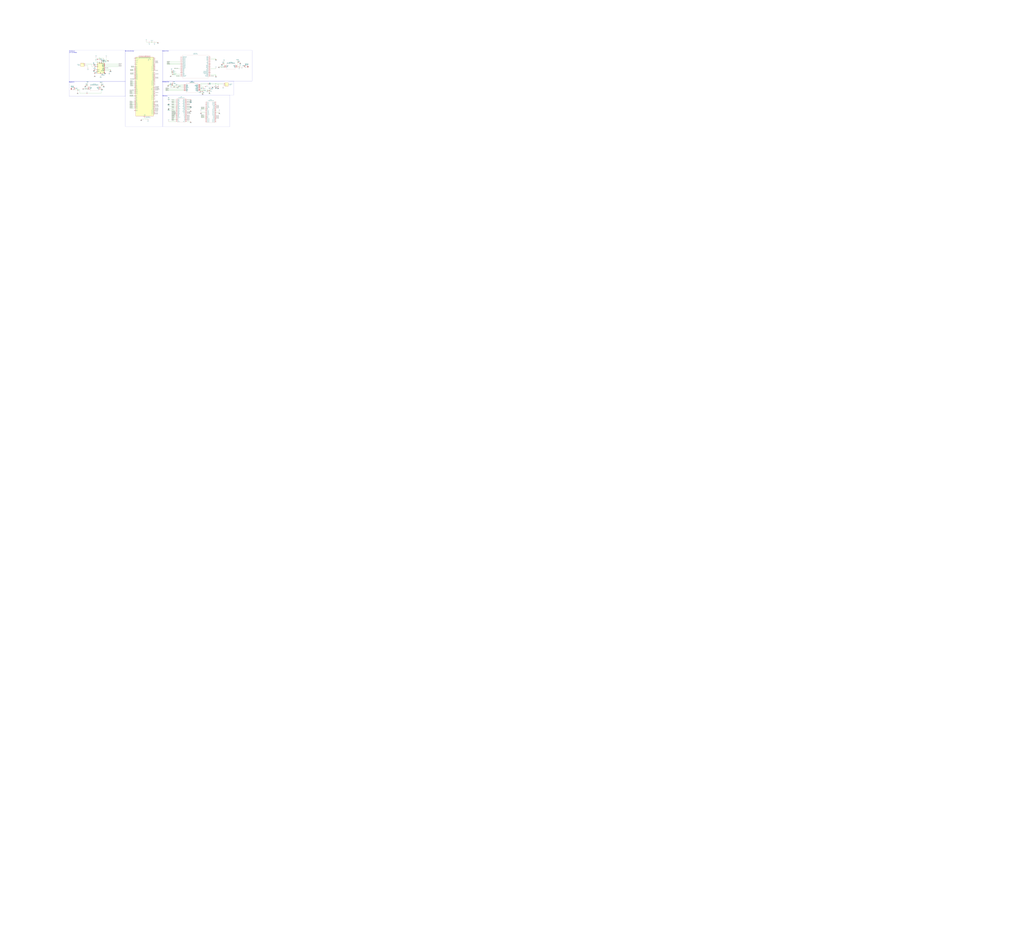
<source format=kicad_sch>
(kicad_sch (version 20231120) (generator "eeschema") (generator_version "8.0")
  (paper "User" 3048 2794)
  (junction (at 523.24 219.71))
  (junction (at 514.35 250.19))
  (junction (at 510.54 212.09))
  (junction (at 452.12 125.73))
  (junction (at 642.62 224.79))
  (junction (at 603.25 278.13))
  (junction (at 500.38 254))
  (junction (at 290.83 185.42))
  (junction (at 297.18 185.42))
  (junction (at 510.54 215.9))
  (junction (at 642.62 176.53))
  (junction (at 308.61 185.42))
  (junction (at 618.49 267.97))
  (junction (at 598.17 270.51))
  (junction (at 707.39 185.42))
  (junction (at 302.26 185.42))
  (junction (at 603.25 270.51))
  (junction (at 518.16 219.71))
  (junction (at 300.99 254))
  (junction (at 308.61 179.07))
  (junction (at 648.97 251.46))
  (junction (at 623.57 275.59))
  (junction (at 328.93 208.28))
  (junction (at 297.18 172.72))
  (junction (at 514.35 254))
  (junction (at 642.62 248.92))
  (junction (at 623.57 267.97))
  (junction (at 666.75 189.23))
  (junction (at 231.14 266.7))
  (junction (at 260.35 254))
  (wire (pts (xy 596.9 248.92) (xy 596.9 252.73)))
  (wire (pts (xy 431.8 354.33) (xy 440.69 354.33)))
  (wire (pts (xy 510.54 344.17) (xy 523.24 344.17)))
  (wire (pts (xy 290.83 185.42) (xy 285.75 185.42)))
  (wire (pts (xy 308.61 179.07) (xy 321.31 179.07)))
  (wire (pts (xy 623.57 248.92) (xy 642.62 248.92)))
  (wire (pts (xy 627.38 204.47) (xy 642.62 204.47)))
  (wire (pts (xy 440.69 354.33) (xy 440.69 355.6)))
  (wire (pts (xy 623.57 273.05) (xy 623.57 275.59)))
  (wire (pts (xy 666.75 189.23) (xy 666.75 195.58)))
  (wire (pts (xy 492.76 265.43) (xy 546.1 265.43)))
  (wire (pts (xy 386.08 317.5) (xy 398.78 317.5)))
  (wire (pts (xy 501.65 308.61) (xy 523.24 308.61)))
  (wire (pts (xy 598.17 345.44) (xy 610.87 345.44)))
  (wire (pts (xy 420.37 354.33) (xy 420.37 355.6)))
  (wire (pts (xy 386.08 322.58) (xy 398.78 322.58)))
  (wire (pts (xy 510.54 341.63) (xy 523.24 341.63)))
  (wire (pts (xy 496.57 186.69) (xy 535.94 186.69)))
  (wire (pts (xy 387.35 256.54) (xy 398.78 256.54)))
  (wire (pts (xy 386.08 284.48) (xy 398.78 284.48)))
  (wire (pts (xy 389.89 200.66) (xy 398.78 200.66)))
  (wire (pts (xy 510.54 306.07) (xy 523.24 306.07)))
  (wire (pts (xy 627.38 173.99) (xy 642.62 173.99)))
  (wire (pts (xy 515.62 215.9) (xy 518.16 215.9)))
  (wire (pts (xy 281.94 219.71) (xy 281.94 224.79)))
  (wire (pts (xy 273.05 190.5) (xy 273.05 198.12)))
  (wire (pts (xy 651.51 198.12) (xy 666.75 198.12)))
  (wire (pts (xy 510.54 356.87) (xy 523.24 356.87)))
  (wire (pts (xy 500.38 250.19) (xy 500.38 254)))
  (wire (pts (xy 386.08 271.78) (xy 398.78 271.78)))
  (wire (pts (xy 643.89 332.74) (xy 652.78 332.74)))
  (wire (pts (xy 514.35 250.19) (xy 514.35 254)))
  (wire (pts (xy 462.28 125.73) (xy 469.9 125.73)))
  (wire (pts (xy 285.75 185.42) (xy 285.75 171.45)))
  (wire (pts (xy 237.49 266.7) (xy 237.49 278.13)))
  (wire (pts (xy 607.06 270.51) (xy 603.25 270.51)))
  (wire (pts (xy 501.65 300.99) (xy 523.24 300.99)))
  (wire (pts (xy 510.54 260.35) (xy 523.24 260.35)))
  (wire (pts (xy 603.25 275.59) (xy 603.25 278.13)))
  (wire (pts (xy 302.26 184.15) (xy 302.26 185.42)))
  (wire (pts (xy 386.08 304.8) (xy 398.78 304.8)))
  (wire (pts (xy 509.27 250.19) (xy 500.38 250.19)))
  (wire (pts (xy 353.06 198.12) (xy 312.42 198.12)))
  (wire (pts (xy 514.35 254) (xy 514.35 255.27)))
  (wire (pts (xy 599.44 251.46) (xy 618.49 251.46)))
  (wire (pts (xy 389.89 198.12) (xy 398.78 198.12)))
  (wire (pts (xy 523.24 219.71) (xy 535.94 219.71)))
  (wire (pts (xy 237.49 278.13) (xy 256.54 278.13)))
  (wire (pts (xy 528.32 260.35) (xy 546.1 260.35)))
  (wire (pts (xy 386.08 287.02) (xy 398.78 287.02)))
  (wire (pts (xy 598.17 350.52) (xy 610.87 350.52)))
  (wire (pts (xy 510.54 303.53) (xy 523.24 303.53)))
  (wire (pts (xy 290.83 172.72) (xy 297.18 172.72)))
  (wire (pts (xy 642.62 222.25) (xy 642.62 224.79)))
  (wire (pts (xy 387.35 210.82) (xy 398.78 210.82)))
  (wire (pts (xy 598.17 335.28) (xy 610.87 335.28)))
  (wire (pts (xy 386.08 279.4) (xy 398.78 279.4)))
  (wire (pts (xy 386.08 320.04) (xy 398.78 320.04)))
  (wire (pts (xy 308.61 185.42) (xy 316.23 185.42)))
  (wire (pts (xy 387.35 246.38) (xy 398.78 246.38)))
  (wire (pts (xy 508 224.79) (xy 535.94 224.79)))
  (wire (pts (xy 312.42 205.74) (xy 328.93 205.74)))
  (wire (pts (xy 429.26 354.33) (xy 420.37 354.33)))
  (wire (pts (xy 518.16 219.71) (xy 523.24 219.71)))
  (wire (pts (xy 596.9 257.81) (xy 609.6 257.81)))
  (wire (pts (xy 251.46 265.43) (xy 260.35 265.43)))
  (wire (pts (xy 598.17 322.58) (xy 610.87 322.58)))
  (wire (pts (xy 303.53 262.89) (xy 300.99 262.89)))
  (wire (pts (xy 524.51 252.73) (xy 546.1 252.73)))
  (wire (pts (xy 515.62 212.09) (xy 523.24 212.09)))
  (wire (pts (xy 528.32 257.81) (xy 518.16 257.81)))
  (wire (pts (xy 623.57 251.46) (xy 648.97 251.46)))
  (wire (pts (xy 722.63 200.66) (xy 727.71 200.66)))
  (wire (pts (xy 518.16 215.9) (xy 518.16 219.71)))
  (wire (pts (xy 523.24 212.09) (xy 523.24 219.71)))
  (wire (pts (xy 308.61 184.15) (xy 308.61 185.42)))
  (wire (pts (xy 297.18 172.72) (xy 297.18 173.99)))
  (wire (pts (xy 707.39 198.12) (xy 712.47 198.12)))
  (wire (pts (xy 387.35 254) (xy 398.78 254)))
  (wire (pts (xy 707.39 200.66) (xy 709.93 200.66)))
  (wire (pts (xy 618.49 273.05) (xy 618.49 275.59)))
  (wire (pts (xy 353.06 190.5) (xy 312.42 190.5)))
  (wire (pts (xy 643.89 335.28) (xy 652.78 335.28)))
  (wire (pts (xy 567.69 300.99) (xy 556.26 300.99)))
  (wire (pts (xy 387.35 218.44) (xy 398.78 218.44)))
  (wire (pts (xy 715.01 185.42) (xy 715.01 186.69)))
  (wire (pts (xy 599.44 251.46) (xy 599.44 255.27)))
  (wire (pts (xy 281.94 193.04) (xy 287.02 193.04)))
  (wire (pts (xy 496.57 191.77) (xy 535.94 191.77)))
  (wire (pts (xy 308.61 254) (xy 308.61 255.27)))
  (wire (pts (xy 492.76 270.51) (xy 546.1 270.51)))
  (wire (pts (xy 387.35 251.46) (xy 398.78 251.46)))
  (wire (pts (xy 627.38 224.79) (xy 642.62 224.79)))
  (wire (pts (xy 386.08 302.26) (xy 398.78 302.26)))
  (wire (pts (xy 386.08 309.88) (xy 398.78 309.88)))
  (wire (pts (xy 387.35 208.28) (xy 398.78 208.28)))
  (wire (pts (xy 666.75 184.15) (xy 666.75 189.23)))
  (wire (pts (xy 255.27 190.5) (xy 273.05 190.5)))
  (wire (pts (xy 312.42 210.82) (xy 325.12 210.82)))
  (wire (pts (xy 567.69 323.85) (xy 556.26 323.85)))
  (wire (pts (xy 501.65 295.91) (xy 523.24 295.91)))
  (wire (pts (xy 260.35 248.92) (xy 260.35 254)))
  (wire (pts (xy 598.17 342.9) (xy 610.87 342.9)))
  (wire (pts (xy 715.01 200.66) (xy 717.55 200.66)))
  (wire (pts (xy 660.4 189.23) (xy 660.4 190.5)))
  (wire (pts (xy 510.54 318.77) (xy 523.24 318.77)))
  (wire (pts (xy 387.35 243.84) (xy 398.78 243.84)))
  (wire (pts (xy 510.54 346.71) (xy 523.24 346.71)))
  (wire (pts (xy 386.08 314.96) (xy 398.78 314.96)))
  (wire (pts (xy 496.57 189.23) (xy 535.94 189.23)))
  (wire (pts (xy 284.48 208.28) (xy 287.02 208.28)))
  (wire (pts (xy 386.08 307.34) (xy 398.78 307.34)))
  (wire (pts (xy 435.61 123.19) (xy 435.61 125.73)))
  (wire (pts (xy 387.35 236.22) (xy 398.78 236.22)))
  (wire (pts (xy 281.94 213.36) (xy 281.94 214.63)))
  (wire (pts (xy 627.38 222.25) (xy 642.62 222.25)))
  (wire (pts (xy 501.65 316.23) (xy 523.24 316.23)))
  (wire (pts (xy 501.65 323.85) (xy 523.24 323.85)))
  (wire (pts (xy 510.54 298.45) (xy 523.24 298.45)))
  (wire (pts (xy 642.62 248.92) (xy 642.62 254)))
  (wire (pts (xy 285.75 198.12) (xy 287.02 198.12)))
  (wire (pts (xy 514.35 255.27) (xy 546.1 255.27)))
  (wire (pts (xy 290.83 185.42) (xy 297.18 185.42)))
  (wire (pts (xy 255.27 195.58) (xy 261.62 195.58)))
  (wire (pts (xy 312.42 208.28) (xy 328.93 208.28)))
  (wire (pts (xy 598.17 278.13) (xy 603.25 278.13)))
  (wire (pts (xy 524.51 227.33) (xy 535.94 227.33)))
  (wire (pts (xy 231.14 266.7) (xy 237.49 266.7)))
  (wire (pts (xy 510.54 326.39) (xy 523.24 326.39)))
  (wire (pts (xy 255.27 193.04) (xy 276.86 193.04)))
  (wire (pts (xy 598.17 347.98) (xy 610.87 347.98)))
  (wire (pts (xy 510.54 313.69) (xy 523.24 313.69)))
  (wire (pts (xy 386.08 276.86) (xy 398.78 276.86)))
  (wire (pts (xy 387.35 241.3) (xy 398.78 241.3)))
  (wire (pts (xy 598.17 270.51) (xy 596.9 270.51)))
  (wire (pts (xy 642.62 248.92) (xy 664.21 248.92)))
  (wire (pts (xy 386.08 269.24) (xy 398.78 269.24)))
  (wire (pts (xy 510.54 351.79) (xy 523.24 351.79)))
  (wire (pts (xy 627.38 176.53) (xy 642.62 176.53)))
  (wire (pts (xy 510.54 359.41) (xy 523.24 359.41)))
  (wire (pts (xy 510.54 215.9) (xy 510.54 222.25)))
  (wire (pts (xy 605.79 265.43) (xy 596.9 265.43)))
  (wire (pts (xy 501.65 361.95) (xy 523.24 361.95)))
  (wire (pts (xy 598.17 320.04) (xy 610.87 320.04)))
  (wire (pts (xy 273.05 198.12) (xy 280.67 198.12)))
  (wire (pts (xy 247.65 262.89) (xy 260.35 262.89)))
  (wire (pts (xy 435.61 125.73) (xy 441.96 125.73)))
  (wire (pts (xy 510.54 349.25) (xy 523.24 349.25)))
  (wire (pts (xy 626.11 267.97) (xy 623.57 267.97)))
  (wire (pts (xy 618.49 267.97) (xy 596.9 267.97)))
  (wire (pts (xy 306.07 254) (xy 308.61 254)))
  (wire (pts (xy 707.39 185.42) (xy 707.39 195.58)))
  (wire (pts (xy 260.35 254) (xy 260.35 260.35)))
  (wire (pts (xy 325.12 210.82) (xy 325.12 214.63)))
  (wire (pts (xy 598.17 325.12) (xy 610.87 325.12)))
  (wire (pts (xy 712.47 185.42) (xy 715.01 185.42)))
  (wire (pts (xy 452.12 125.73) (xy 457.2 125.73)))
  (wire (pts (xy 431.8 354.33) (xy 431.8 350.52)))
  (wire (pts (xy 297.18 179.07) (xy 297.18 185.42)))
  (wire (pts (xy 386.08 274.32) (xy 398.78 274.32)))
  (wire (pts (xy 614.68 257.81) (xy 632.46 257.81)))
  (wire (pts (xy 255.27 254) (xy 254 254)))
  (wire (pts (xy 567.69 361.95) (xy 556.26 361.95)))
  (wire (pts (xy 510.54 222.25) (xy 535.94 222.25)))
  (wire (pts (xy 599.44 255.27) (xy 596.9 255.27)))
  (wire (pts (xy 567.69 316.23) (xy 556.26 316.23)))
  (wire (pts (xy 648.97 251.46) (xy 648.97 255.27)))
  (wire (pts (xy 618.49 275.59) (xy 623.57 275.59)))
  (wire (pts (xy 447.04 125.73) (xy 452.12 125.73)))
  (wire (pts (xy 648.97 251.46) (xy 664.21 251.46)))
  (wire (pts (xy 656.59 200.66) (xy 666.75 200.66)))
  (wire (pts (xy 300.99 278.13) (xy 300.99 265.43)))
  (wire (pts (xy 596.9 248.92) (xy 618.49 248.92)))
  (wire (pts (xy 328.93 208.28) (xy 328.93 209.55)))
  (wire (pts (xy 308.61 172.72) (xy 297.18 172.72)))
  (wire (pts (xy 353.06 193.04) (xy 312.42 193.04)))
  (wire (pts (xy 386.08 312.42) (xy 398.78 312.42)))
  (wire (pts (xy 510.54 339.09) (xy 523.24 339.09)))
  (wire (pts (xy 287.02 213.36) (xy 281.94 213.36)))
  (wire (pts (xy 510.54 336.55) (xy 523.24 336.55)))
  (wire (pts (xy 642.62 173.99) (xy 642.62 176.53)))
  (wire (pts (xy 533.4 257.81) (xy 546.1 257.81)))
  (wire (pts (xy 510.54 321.31) (xy 523.24 321.31)))
  (wire (pts (xy 222.25 266.7) (xy 231.14 266.7)))
  (wire (pts (xy 596.9 260.35) (xy 605.79 260.35)))
  (wire (pts (xy 514.35 219.71) (xy 518.16 219.71)))
  (wire (pts (xy 387.35 220.98) (xy 398.78 220.98)))
  (wire (pts (xy 300.99 250.19) (xy 300.99 254)))
  (wire (pts (xy 510.54 311.15) (xy 523.24 311.15)))
  (wire (pts (xy 261.62 278.13) (xy 300.99 278.13)))
  (wire (pts (xy 603.25 270.51) (xy 598.17 270.51)))
  (wire (pts (xy 231.14 271.78) (xy 231.14 275.59)))
  (wire (pts (xy 302.26 185.42) (xy 308.61 185.42)))
  (wire (pts (xy 300.99 254) (xy 300.99 260.35)))
  (wire (pts (xy 387.35 248.92) (xy 398.78 248.92)))
  (wire (pts (xy 429.26 354.33) (xy 429.26 350.52)))
  (wire (pts (xy 510.54 210.82) (xy 510.54 212.09)))
  (wire (pts (xy 707.39 182.88) (xy 707.39 185.42)))
  (wire (pts (xy 510.54 212.09) (xy 510.54 215.9)))
  (wire (pts (xy 302.26 179.07) (xy 308.61 179.07)))
  (wire (pts (xy 303.53 262.89) (xy 303.53 264.16)))
  (wire (pts (xy 623.57 267.97) (xy 618.49 267.97)))
  (wire (pts (xy 254 254) (xy 254 255.27)))
  (wire (pts (xy 664.21 254) (xy 664.21 257.81)))
  (wire (pts (xy 510.54 354.33) (xy 523.24 354.33)))
  (wire (pts (xy 261.62 195.58) (xy 261.62 201.93)))
  (wire (pts (xy 518.16 204.47) (xy 535.94 204.47)))
  (wire (pts (xy 510.54 334.01) (xy 523.24 334.01)))
  (wire (pts (xy 661.67 189.23) (xy 660.4 189.23)))
  (wire (pts (xy 567.69 328.93) (xy 556.26 328.93)))
  (wire (pts (xy 500.38 254) (xy 509.27 254)))
  (wire (pts (xy 567.69 308.61) (xy 556.26 308.61)))
  (wire (pts (xy 492.76 267.97) (xy 546.1 267.97)))
  (wire (pts (xy 492.76 262.89) (xy 546.1 262.89)))
  (wire (pts (xy 567.69 295.91) (xy 556.26 295.91)))
  (wire (pts (xy 290.83 185.42) (xy 290.83 179.07)))
  (wire (pts (xy 496.57 184.15) (xy 535.94 184.15)))
  (wire (pts (xy 290.83 172.72) (xy 290.83 173.99)))
  (wire (pts (xy 353.06 195.58) (xy 312.42 195.58)))
  (wire (pts (xy 316.23 185.42) (xy 316.23 171.45)))
  (wire (pts (xy 598.17 275.59) (xy 598.17 278.13)))
  (wire (pts (xy 328.93 205.74) (xy 328.93 208.28)))
  (wire (pts (xy 308.61 172.72) (xy 308.61 173.99)))
  (wire (pts (xy 642.62 224.79) (xy 642.62 226.06)))
  (wire (pts (xy 501.65 328.93) (xy 523.24 328.93)))
  (wire (pts (xy 299.72 220.98) (xy 299.72 224.79)))
  (wire (pts (xy 510.54 331.47) (xy 523.24 331.47)))
  (wire (pts (xy 598.17 332.74) (xy 610.87 332.74)))
  (rectangle (start 205.74 149.86) (end 373.38 242.57))
  (rectangle (start 373.38 149.86) (end 483.87 377.19))
  (rectangle (start 483.87 241.3) (end 695.96 283.21))
  (rectangle (start 483.87 283.21) (end 684.53 377.19))
  (rectangle (start 483.87 149.86) (end 750.57 241.3))
  (rectangle (start 205.74 242.57) (end 373.38 287.02))
  (text "Memory\n" (at 491.236 286.512 0) (effects (font (size 2.54 2.54))))
  (text "Analog Out\n" (at 493.014 244.602 0) (effects (font (size 2.54 2.54))))
  (text "Analog In\n(HT CLFRNA)\n" (at 206.248 155.194 0) (effects (font (size 2.54 2.54)) (justify left)))
  (text "MicroController\n" (at 385.826 152.908 0) (effects (font (size 2.54 2.54))))
  (text "Digital In\n" (at 213.106 245.364 0) (effects (font (size 2.54 2.54))))
  (text "Digital Out\n" (at 492.76 152.654 0) (effects (font (size 2.54 2.54))))
  (label "FMC_NWE" (at 598.17 347.98 0))
  (label "FMC_SDCKE0" (at 462.28 266.7 0))
  (label "FMC_ALE" (at 598.17 345.44 0))
  (label "I2S3_SDO" (at 496.57 191.77 0))
  (label "FMC_D0" (at 462.28 337.82 0))
  (label "FMC_D7" (at 643.89 314.96 0))
  (label "FMC_D1" (at 510.54 303.53 0))
  (label "FMC_D3" (at 462.28 304.8 0))
  (label "I2S3_CK" (at 496.57 186.69 0))
  (label "FMC_A7" (at 556.26 351.79 0))
  (label "SPDIFTX_OUT" (at 656.59 200.66 0))
  (label "FMC_NWAIT" (at 598.17 320.04 0))
  (label "FMC_D2" (at 510.54 306.07 0))
  (label "Flash_WP" (at 598.17 350.52 0))
  (label "FMC_D5" (at 643.89 320.04 0))
  (label "FMC_D10" (at 386.08 317.5 0))
  (label "FMC_D2" (at 462.28 302.26 0))
  (label "FMC_D8" (at 556.26 326.39 0))
  (label "FMC_SDNE0" (at 510.54 341.63 0))
  (label "FMC_ALE" (at 462.28 332.74 0))
  (label "FMC_D2" (at 643.89 347.98 0))
  (label "FMC_D9" (at 386.08 314.96 0))
  (label "FMC_NOE" (at 462.28 312.42 0))
  (label "I2S3_MCK" (at 462.28 276.86 0))
  (label "FMC_A11" (at 389.89 200.66 0))
  (label "FMC_D11" (at 386.08 320.04 0))
  (label "FMC_D5" (at 386.08 304.8 0))
  (label "I2S1_WS" (at 353.06 195.58 0))
  (label "I2S3_MCK" (at 496.57 184.15 0))
  (label "FMC_A5" (at 556.26 356.87 0))
  (label "SPDIFRX_IN0" (at 251.46 265.43 0))
  (label "FMC_D4" (at 386.08 302.26 0))
  (label "FMC_D7" (at 386.08 309.88 0))
  (label "I2S1_CK" (at 353.06 193.04 0))
  (label "FMC_D6" (at 643.89 317.5 0))
  (label "FMC_D6" (at 386.08 307.34 0))
  (label "FMC_D12" (at 386.08 322.58 0))
  (label "FMC_D0" (at 643.89 353.06 0))
  (label "I2C1_SCL" (at 462.28 231.14 0))
  (label "FMC_BA1" (at 510.54 346.71 0))
  (label "FMC_D1" (at 462.28 340.36 0))
  (label "FMC_SDCLK" (at 556.26 336.55 0))
  (label "I2S1_CK" (at 462.28 185.42 0))
  (label "FMC_SDNRAS" (at 386.08 269.24 0))
  (label "FMC_D10" (at 556.26 318.77 0))
  (label "FMC_D7" (at 510.54 326.39 0))
  (label "FMC_NWE" (at 462.28 314.96 0))
  (label "FMC_D6" (at 510.54 321.31 0))
  (label "FMC_SDNE0" (at 462.28 264.16 0))
  (label "FMC_D11" (at 556.26 313.69 0))
  (label "FMC_A2" (at 510.54 356.87 0))
  (label "FMC_A9" (at 556.26 346.71 0))
  (label "FMC_NBL1" (at 386.08 287.02 0))
  (label "I2S3_WS" (at 496.57 189.23 0))
  (label "I2S2_CK" (at 492.76 267.97 0))
  (label "FMC_D12" (at 556.26 311.15 0))
  (label "I2C1_SDA" (at 524.51 227.33 0))
  (label "FMC_NCE" (at 387.35 220.98 0))
  (label "FMC_NBL1" (at 510.54 331.47 0))
  (label "FMC_D3" (at 510.54 311.15 0))
  (label "FMC_A10" (at 510.54 349.25 0))
  (label "FMC_D0" (at 510.54 298.45 0))
  (label "I2S1_WS" (at 462.28 210.82 0))
  (label "FMC_A6" (at 556.26 354.33 0))
  (label "Flash_WP" (at 387.35 256.54 0))
  (label "FMC_A1" (at 387.35 243.84 0))
  (label "I2S1_SDI" (at 462.28 187.96 0))
  (label "I2S1_SDI" (at 353.06 198.12 0))
  (label "FMC_SDNCAS" (at 510.54 336.55 0))
  (label "FMC_A4" (at 556.26 359.41 0))
  (label "FMC_A4" (at 387.35 251.46 0))
  (label "FMC_A8" (at 556.26 349.25 0))
  (label "FMC_D15" (at 462.28 327.66 0))
  (label "I2S1_MCK" (at 353.06 190.5 0))
  (label "FMC_SDNCAS" (at 387.35 236.22 0))
  (label "I2S3_SDO" (at 462.28 220.98 0))
  (label "FMC_NCE" (at 598.17 325.12 0))
  (label "FMC_D13" (at 556.26 306.07 0))
  (label "FMC_A3" (at 510.54 359.41 0))
  (label "FMC_A2" (at 387.35 246.38 0))
  (label "FMC_D15" (at 556.26 298.45 0))
  (label "FMC_D9" (at 556.26 321.31 0))
  (label "I2S2_MCK" (at 492.76 270.51 0))
  (label "SPDIFTX_OUT" (at 518.16 204.47 0))
  (label "FMC_NBL0" (at 556.26 334.01 0))
  (label "I2S2_SDO" (at 462.28 261.62 0))
  (label "FMC_NBL0" (at 386.08 284.48 0))
  (label "FMC_A6" (at 386.08 271.78 0))
  (label "FMC_A9" (at 386.08 279.4 0))
  (label "FMC_D5" (at 510.54 318.77 0))
  (label "FMC_D1" (at 643.89 350.52 0))
  (label "FMC_SDNWE" (at 510.54 334.01 0))
  (label "FMC_D4" (at 643.89 322.58 0))
  (label "I2S3_CK" (at 462.28 284.48 0))
  (label "FMC_D4" (at 510.54 313.69 0))
  (label "FMC_D14" (at 556.26 303.53 0))
  (label "FMC_BA0" (at 510.54 344.17 0))
  (label "I2C1_SCL" (at 627.38 227.33 0))
  (label "FMC_BA1" (at 387.35 210.82 0))
  (label "FMC_NOE" (at 598.17 322.58 0))
  (label "FMC_A5" (at 387.35 254 0))
  (label "FMC_A1" (at 510.54 354.33 0))
  (label "I2S2_WS" (at 492.76 262.89 0))
  (label "FMC_SDCKE0" (at 556.26 339.09 0))
  (label "FMC_A7" (at 386.08 274.32 0))
  (label "FMC_A0" (at 510.54 351.79 0))
  (label "FMC_A8" (at 386.08 276.86 0))
  (label "I2C1_SDA" (at 462.28 233.68 0))
  (label "FMC_D13" (at 462.28 322.58 0))
  (label "FMC_SDNWE" (at 462.28 259.08 0))
  (label "FMC_D14" (at 462.28 325.12 0))
  (label "FMC_SDNRAS" (at 510.54 339.09 0))
  (label "FMC_D8" (at 386.08 312.42 0))
  (label "FMC_A10" (at 389.89 198.12 0))
  (label "FMC_D3" (at 643.89 345.44 0))
  (label "I2S1_MCK" (at 462.28 269.24 0))
  (label "I2S2_SDO" (at 492.76 265.43 0))
  (label "FMC_A3" (at 387.35 248.92 0))
  (label "I2S3_WS" (at 462.28 182.88 0))
  (label "FMC_SDCLK" (at 387.35 218.44 0))
  (label "FMC_CLE" (at 598.17 342.9 0))
  (label "FMC_A0" (at 387.35 241.3 0))
  (label "ADC_Reset" (at 312.42 203.2 0))
  (label "FMC_A11" (at 556.26 344.17 0))
  (label "FMC_BA0" (at 387.35 208.28 0))
  (label "FMC_CLE" (at 462.28 330.2 0))
  (label "FMC_NWAIT" (at 462.28 317.5 0))
  (symbol (lib_id "Device:C_Small") (at 664.21 189.23 90) (unit 1)
    (property "Reference" "llsOut_refHi_noise2" (effects (hide yes)))
    (property "Value" "0.15u" (at 664.2163 185.42 90))
    (property "Footprint" "Capacitor_SMD:C_0805_2012Metric_Pad1.18x1.45mm_HandSolder" (effects (hide yes)))
    (property "Description" "ceramic, acap" (effects (hide yes)))
  )
  (symbol (lib_id "power:VDDA") (at 514.35 245.11 0) (unit 1)
    (property "Reference" "#PWR034" (effects (hide yes)))
    (property "Value" "VDD" (at 517.906 243.586 0))
    (property "Description" "Power symbol creates a global label with name \"VDDA\"" (effects (hide yes)))
  )
  (symbol (lib_id "power:GNDD") (at 518.16 257.81 0) (unit 1)
    (property "Reference" "#PWR035" (effects (hide yes)))
    (property "Value" "GNDD" (at 518.16 256.794 0))
    (property "Description" "Power symbol creates a global label with name \"GNDD\" , digital ground" (effects (hide yes)))
  )
  (symbol (lib_id "Device:C_Small") (at 648.97 257.81 0) (unit 1)
    (property "Reference" "DacOut_R_decouple1" (effects (hide yes)))
    (property "Value" "2.7n" (at 643.636 259.334 0) (effects (justify left)))
    (property "Footprint" "Capacitor_SMD:C_0805_2012Metric_Pad1.18x1.45mm_HandSolder" (effects (hide yes)))
    (property "Description" "ceramic" (effects (hide yes)))
  )
  (symbol (lib_id "power:GNDD") (at 567.69 361.95 0) (unit 1)
    (property "Reference" "#PWR028" (effects (hide yes)))
    (property "Value" "GNDD" (at 567.69 365.76 0))
    (property "Description" "Power symbol creates a global label with name \"GNDD\" , digital ground" (effects (hide yes)))
  )
  (symbol (lib_id "Device:C_Small") (at 297.18 176.53 0) (unit 1)
    (property "Reference" "C5" (at 299.72 175.2662 0) (effects (justify left)))
    (property "Value" "0.1uF" (at 299.72 177.8062 0) (effects (justify left)))
    (property "Footprint" "Capacitor_SMD:C_0805_2012Metric_Pad1.18x1.45mm_HandSolder" (effects (hide yes)))
    (property "Description" "Unpolarized capacitor, small symbol" (effects (hide yes)))
  )
  (symbol (lib_id "FW6190:FW6190") (at 664.21 248.92 0) (unit 1)
    (property "Reference" "AnalogOut1" (at 680.72 250.1899 0) (effects (justify left)))
    (property "Value" "FW6190" (at 680.72 252.7299 0) (effects (justify left)))
    (property "Footprint" "CustomModels:FW6190" (effects (hide yes)))
    (property "Datasheet" "https://www.cliffuk.co.uk/products/phono/phonoIS.pdf" (effects (hide yes)))
    (property "Description" "3.20mm ID, 9.00mm OD (RCA) Phono (RCA) Jack, Dual Mono Connector Solder" (effects (hide yes)))
    (property "Height" "20" (effects (hide yes)))
    (property "Manufacturer_Name" "CLIFF ELECTRONIC COMPONENTS" (effects (hide yes)))
    (property "Manufacturer_Part_Number" "FW6190" (effects (hide yes)))
  )
  (symbol (lib_id "Device:C_Small") (at 257.81 254 90) (unit 1)
    (property "Reference" "llsOut_refHi_noise1" (effects (hide yes)))
    (property "Value" "0.15u" (at 257.8163 250.19 90))
    (property "Footprint" "Capacitor_SMD:C_0805_2012Metric_Pad1.18x1.45mm_HandSolder" (effects (hide yes)))
    (property "Description" "ceramic, acap" (effects (hide yes)))
  )
  (symbol (lib_id "power:GNDD") (at 603.25 278.13 0) (unit 1)
    (property "Reference" "#PWR065" (effects (hide yes)))
    (property "Value" "GNDD" (at 603.25 281.94 0))
    (property "Description" "Power symbol creates a global label with name \"GNDD\" , digital ground" (effects (hide yes)))
  )
  (symbol (lib_id "power:GNDA") (at 299.72 224.79 0) (unit 1)
    (property "Reference" "#PWR04" (effects (hide yes)))
    (property "Value" "GNDA" (at 299.72 229.87 0))
    (property "Description" "Power symbol creates a global label with name \"GNDA\" , analog ground" (effects (hide yes)))
  )
  (symbol (lib_id "power:GNDA") (at 524.51 252.73 0) (unit 1)
    (property "Reference" "#PWR033" (effects (hide yes)))
    (property "Value" "GNDA" (at 525.272 251.46 0))
    (property "Description" "Power symbol creates a global label with name \"GNDA\" , analog ground" (effects (hide yes)))
  )
  (symbol (lib_id "power:GNDD") (at 279.4 208.28 0) (unit 1)
    (property "Reference" "#PWR03" (effects (hide yes)))
    (property "Value" "GNDD" (at 279.4 212.09 0))
    (property "Description" "Power symbol creates a global label with name \"GNDD\" , digital ground" (effects (hide yes)))
  )
  (symbol (lib_id "Device:C_Small") (at 642.62 256.54 0) (unit 1)
    (property "Reference" "DacOut_L_decouple1" (effects (hide yes)))
    (property "Value" "2.7n" (at 636.27 257.81 0) (effects (justify left)))
    (property "Footprint" "Capacitor_SMD:C_0805_2012Metric_Pad1.18x1.45mm_HandSolder" (effects (hide yes)))
    (property "Description" "ceramic" (effects (hide yes)))
  )
  (symbol (lib_id "Device:C_Polarized_Small_US") (at 623.57 270.51 0) (unit 1)
    (property "Reference" "Dac_DigitalSup_bulk1" (effects (hide yes)))
    (property "Value" "15u" (at 626.11 271.3481 0) (effects (justify left)))
    (property "Footprint" "Capacitor_SMD:C_0805_2012Metric_Pad1.18x1.45mm_HandSolder" (effects (hide yes)))
    (property "Description" "electrolytic, wi2" (effects (hide yes)))
  )
  (symbol (lib_id "power:VDD") (at 666.75 184.15 0) (unit 1)
    (property "Reference" "#PWR054" (effects (hide yes)))
    (property "Value" "VDD" (at 666.75 179.07 0))
    (property "Description" "Power symbol creates a global label with name \"VDD\"" (effects (hide yes)))
  )
  (symbol (lib_id "power:GNDD") (at 308.61 255.27 0) (unit 1)
    (property "Reference" "#PWR068" (effects (hide yes)))
    (property "Value" "GNDD" (at 308.61 259.08 0))
    (property "Description" "Power symbol creates a global label with name \"GNDD\" , digital ground" (effects (hide yes)))
  )
  (symbol (lib_id "Device:R_Small_US") (at 621.03 251.46 90) (unit 1)
    (property "Reference" "DacOut_R_res1" (effects (hide yes)))
    (property "Value" "500" (at 624.84 250.444 90))
    (property "Footprint" "Resistor_SMD:R_0603_1608Metric_Pad0.98x0.95mm_HandSolder" (effects (hide yes)))
    (property "Description" "Resistor, small US symbol" (effects (hide yes)))
  )
  (symbol (lib_id "RCJ-027:RCJ-027") (at 214.63 264.16 0) (unit 1)
    (property "Reference" "DigitalIn1" (at 215.5307 256.54 0))
    (property "Value" "RCJ-027" (at 215.5307 259.08 0))
    (property "Footprint" "CustomModels:CUI_RCJ-027" (effects (hide yes)))
    (property "STANDARD" "Manufacturer recommendations" (effects (hide yes)))
    (property "PART_REV" "B" (effects (hide yes)))
    (property "MANUFACTURER" "CUI Inc" (effects (hide yes)))
  )
  (symbol (lib_id "power:VDD") (at 435.61 123.19 0) (unit 1)
    (property "Reference" "#PWR057" (effects (hide yes)))
    (property "Value" "VDD" (at 435.61 118.11 0))
    (property "Description" "Power symbol creates a global label with name \"VDD\"" (effects (hide yes)))
  )
  (symbol (lib_id "power:VDD") (at 652.78 332.74 0) (unit 1)
    (property "Reference" "#PWR030" (effects (hide yes)))
    (property "Value" "VDD" (at 652.78 327.66 0))
    (property "Description" "Power symbol creates a global label with name \"VDD\"" (effects (hide yes)))
  )
  (symbol (lib_id "Device:C_Polarized_Small") (at 279.4 193.04 90) (unit 1)
    (property "Reference" "C2" (at 278.8539 186.69 90))
    (property "Value" "10uF" (at 278.8539 189.23 90))
    (property "Footprint" "Capacitor_SMD:C_0805_2012Metric_Pad1.18x1.45mm_HandSolder" (effects (hide yes)))
    (property "Description" "Polarized capacitor, small symbol" (effects (hide yes)))
  )
  (symbol (lib_id "power:GNDD") (at 648.97 260.35 0) (unit 1)
    (property "Reference" "#PWR063" (effects (hide yes)))
    (property "Value" "GNDD" (at 648.97 264.16 0))
    (property "Description" "Power symbol creates a global label with name \"GNDD\" , digital ground" (effects (hide yes)))
  )
  (symbol (lib_id "power:GNDD") (at 501.65 323.85 0) (unit 1)
    (property "Reference" "#PWR023" (effects (hide yes)))
    (property "Value" "GNDD" (at 501.65 327.66 0))
    (property "Description" "Power symbol creates a global label with name \"GNDD\" , digital ground" (effects (hide yes)))
  )
  (symbol (lib_id "Device:C_Small") (at 303.53 254 90) (unit 1)
    (property "Reference" "llsOut_refLo_noise1" (effects (hide yes)))
    (property "Value" "0.15u" (at 305.054 250.698 90))
    (property "Footprint" "Capacitor_SMD:C_0805_2012Metric_Pad1.18x1.45mm_HandSolder" (effects (hide yes)))
    (property "Description" "ceramic, acap" (effects (hide yes)))
  )
  (symbol (lib_id "power:GNDD") (at 642.62 259.08 0) (unit 1)
    (property "Reference" "#PWR064" (effects (hide yes)))
    (property "Value" "GNDD" (at 642.62 262.89 0))
    (property "Description" "Power symbol creates a global label with name \"GNDD\" , digital ground" (effects (hide yes)))
  )
  (symbol (lib_id "power:GNDD") (at 567.69 316.23 0) (unit 1)
    (property "Reference" "#PWR026" (effects (hide yes)))
    (property "Value" "GNDD" (at 567.69 320.04 0))
    (property "Description" "Power symbol creates a global label with name \"GNDD\" , digital ground" (effects (hide yes)))
  )
  (symbol (lib_id "power:VCCQ") (at 501.65 300.99 0) (unit 1)
    (property "Reference" "#PWR015" (effects (hide yes)))
    (property "Value" "VCCQ" (at 501.65 295.91 0))
    (property "Description" "Power symbol creates a global label with name \"VCCQ\"" (effects (hide yes)))
  )
  (symbol (lib_id "power:VDD") (at 325.12 214.63 180) (unit 1)
    (property "Reference" "#PWR010" (effects (hide yes)))
    (property "Value" "VDD" (at 325.12 219.71 0))
    (property "Description" "Power symbol creates a global label with name \"VDD\"" (effects (hide yes)))
  )
  (symbol (lib_id "power:VDD") (at 598.17 332.74 0) (unit 1)
    (property "Reference" "#PWR029" (effects (hide yes)))
    (property "Value" "VDD" (at 598.17 327.66 0))
    (property "Description" "Power symbol creates a global label with name \"VDD\"" (effects (hide yes)))
  )
  (symbol (lib_id "power:GNDD") (at 303.53 264.16 0) (unit 1)
    (property "Reference" "#PWR051" (effects (hide yes)))
    (property "Value" "GNDD" (at 303.53 267.97 0))
    (property "Description" "Power symbol creates a global label with name \"GNDD\" , digital ground" (effects (hide yes)))
  )
  (symbol (lib_id "power:GNDD") (at 281.94 224.79 0) (unit 1)
    (property "Reference" "#PWR012" (effects (hide yes)))
    (property "Value" "GNDD" (at 281.94 228.6 0))
    (property "Description" "Power symbol creates a global label with name \"GNDD\" , digital ground" (effects (hide yes)))
  )
  (symbol (lib_id "power:GNDD") (at 567.69 328.93 0) (unit 1)
    (property "Reference" "#PWR027" (effects (hide yes)))
    (property "Value" "GNDD" (at 567.69 332.74 0))
    (property "Description" "Power symbol creates a global label with name \"GNDD\" , digital ground" (effects (hide yes)))
  )
  (symbol (lib_id "power:VDD") (at 501.65 328.93 0) (unit 1)
    (property "Reference" "#PWR020" (effects (hide yes)))
    (property "Value" "VDD" (at 501.65 323.85 0))
    (property "Description" "Power symbol creates a global label with name \"VDD\"" (effects (hide yes)))
  )
  (symbol (lib_id "Device:C_Small") (at 259.08 278.13 90) (unit 1)
    (property "Reference" "LLSin_ACcouple1" (effects (hide yes)))
    (property "Value" "0.1u" (at 259.0863 274.32 90))
    (property "Footprint" "Capacitor_SMD:C_0805_2012Metric_Pad1.18x1.45mm_HandSolder" (effects (hide yes)))
    (property "Description" "ceramic" (effects (hide yes)))
  )
  (symbol (lib_id "power:GNDD") (at 642.62 176.53 0) (unit 1)
    (property "Reference" "#PWR047" (effects (hide yes)))
    (property "Value" "GNDD" (at 642.62 180.34 0))
    (property "Description" "Power symbol creates a global label with name \"GNDD\" , digital ground" (effects (hide yes)))
  )
  (symbol (lib_id "power:GNDD") (at 469.9 125.73 0) (unit 1)
    (property "Reference" "#PWR058" (effects (hide yes)))
    (property "Value" "GNDD" (at 469.9 129.54 0))
    (property "Description" "Power symbol creates a global label with name \"GNDD\" , digital ground" (effects (hide yes)))
  )
  (symbol (lib_id "Device:C_Polarized_Small_US") (at 511.81 250.19 270) (unit 1)
    (property "Reference" "DacAnalogSupply_bulk1" (effects (hide yes)))
    (property "Value" "15u" (at 508 248.158 90))
    (property "Footprint" "Capacitor_SMD:C_0805_2012Metric_Pad1.18x1.45mm_HandSolder" (effects (hide yes)))
    (property "Description" "electrolytic, wi2" (effects (hide yes)))
  )
  (symbol (lib_id "power:GNDD") (at 623.57 275.59 0) (unit 1)
    (property "Reference" "#PWR066" (effects (hide yes)))
    (property "Value" "GNDD" (at 623.57 279.4 0))
    (property "Description" "Power symbol creates a global label with name \"GNDD\" , digital ground" (effects (hide yes)))
  )
  (symbol (lib_id "power:VDD") (at 501.65 361.95 0) (unit 1)
    (property "Reference" "#PWR021" (effects (hide yes)))
    (property "Value" "VDD" (at 501.65 356.87 0))
    (property "Description" "Power symbol creates a global label with name \"VDD\"" (effects (hide yes)))
  )
  (symbol (lib_id "Device:R_Small_US") (at 720.09 200.66 90) (unit 1)
    (property "Reference" "SpdifOut_ImpedanceMatch1" (effects (hide yes)))
    (property "Value" "75" (at 719.836 203.962 90))
    (property "Footprint" "Resistor_SMD:R_0603_1608Metric" (effects (hide yes)))
    (property "Description" "Resistor, small US symbol" (effects (hide yes)))
  )
  (symbol (lib_id "power:GNDD") (at 727.71 195.58 0) (unit 1)
    (property "Reference" "#PWR048" (effects (hide yes)))
    (property "Value" "GNDD" (at 724.408 195.834 0))
    (property "Description" "Power symbol creates a global label with name \"GNDD\" , digital ground" (effects (hide yes)))
  )
  (symbol (lib_id "power:VDDA") (at 626.11 262.89 0) (unit 1)
    (property "Reference" "#PWR039" (effects (hide yes)))
    (property "Value" "VDD" (at 623.062 262.636 0))
    (property "Description" "Power symbol creates a global label with name \"VDDA\"" (effects (hide yes)))
  )
  (symbol (lib_id "Device:C_Polarized_Small") (at 281.94 217.17 0) (unit 1)
    (property "Reference" "C8" (at 284.48 215.3538 0) (effects (justify left)))
    (property "Value" "1uF" (at 284.48 217.8938 0) (effects (justify left)))
    (property "Footprint" "Capacitor_SMD:C_0805_2012Metric_Pad1.18x1.45mm_HandSolder" (effects (hide yes)))
    (property "Description" "Polarized capacitor, small symbol" (effects (hide yes)))
  )
  (symbol (lib_id "NAU8402WG:NAU8402WG") (at 546.1 252.73 0) (unit 1)
    (property "Reference" "DAC1" (at 571.5 242.57 0) (effects (font (size 1.524 1.524))))
    (property "Value" "NAU8402WG" (at 571.5 245.11 0) (effects (font (size 1.524 1.524))))
    (property "Footprint" "CustomModels:TSSOP16_NAU8402_NUV" (effects (hide yes)))
    (property "Datasheet" "NAU8402WG" (effects (hide yes)))
  )
  (symbol (lib_id "2024-10-27_00-26-18:SN74AXCH1T45DCKR") (at 666.75 195.58 0) (unit 1)
    (property "Reference" "LLS Out1" (at 687.07 185.42 0) (effects (font (size 1.524 1.524))))
    (property "Value" "SN74AXCH1T45DCKR" (at 687.07 187.96 0) (effects (font (size 1.524 1.524))))
    (property "Footprint" "CustomModels:DCK6_TEX" (effects (hide yes)))
    (property "Datasheet" "SN74AXCH1T45DCKR" (effects (hide yes)))
  )
  (symbol (lib_id "Device:C_Polarized_Small_US") (at 513.08 212.09 90) (unit 1)
    (property "Reference" "dixSupply_bulk1" (effects (hide yes)))
    (property "Value" "15u" (at 516.89 210.312 90))
    (property "Footprint" "Capacitor_SMD:C_0805_2012Metric_Pad1.18x1.45mm_HandSolder" (effects (hide yes)))
    (property "Description" "electrolytic, wi2" (effects (hide yes)))
  )
  (symbol (lib_id "power:GND") (at 308.61 173.99 0) (unit 1)
    (property "Reference" "#PWR08" (effects (hide yes)))
    (property "Value" "GNDA" (at 308.61 179.07 0))
    (property "Description" "Power symbol creates a global label with name \"GND\" , ground" (effects (hide yes)))
  )
  (symbol (lib_id "Device:R_Small_US") (at 231.14 269.24 0) (unit 1)
    (property "Reference" "ImpMatching_LLSin1" (effects (hide yes)))
    (property "Value" "75" (at 232.664 269.494 0) (effects (justify left)))
    (property "Footprint" "Resistor_SMD:R_0603_1608Metric" (effects (hide yes)))
    (property "Description" "Resistor, small US symbol" (effects (hide yes)))
  )
  (symbol (lib_id "power:GNDD") (at 231.14 275.59 0) (unit 1)
    (property "Reference" "#PWR069" (effects (hide yes)))
    (property "Value" "GNDD" (at 231.14 279.4 0))
    (property "Description" "Power symbol creates a global label with name \"GNDD\" , digital ground" (effects (hide yes)))
  )
  (symbol (lib_id "Device:FerriteBead_Small") (at 514.35 247.65 0) (unit 1)
    (property "Reference" "DacAnalogSupply_bead1" (effects (hide yes)))
    (property "Value" "*TBD*" (at 516.89 248.8818 0) (effects (justify left)))
    (property "Footprint" "Resistor_SMD:R_0603_1608Metric" (effects (hide yes)))
    (property "Description" "Ferrite bead, small symbol" (effects (hide yes)))
  )
  (symbol (lib_id "Device:R_Small_US") (at 525.78 260.35 90) (unit 1)
    (property "Reference" "DacMute_CurrentLimit1" (effects (hide yes)))
    (property "Value" "10k" (at 529.336 261.62 90))
    (property "Footprint" "Resistor_SMD:R_0603_1608Metric_Pad0.98x0.95mm_HandSolder" (effects (hide yes)))
    (property "Description" "Resistor, small US symbol" (effects (hide yes)))
  )
  (symbol (lib_id "power:GNDD") (at 312.42 215.9 0) (unit 1)
    (property "Reference" "#PWR011" (effects (hide yes)))
    (property "Value" "GNDD" (at 312.42 219.71 0))
    (property "Description" "Power symbol creates a global label with name \"GNDD\" , digital ground" (effects (hide yes)))
  )
  (symbol (lib_id "power:VCCQ") (at 567.69 323.85 0) (unit 1)
    (property "Reference" "#PWR018" (effects (hide yes)))
    (property "Value" "VCCQ" (at 567.69 318.77 0))
    (property "Description" "Power symbol creates a global label with name \"VCCQ\"" (effects (hide yes)))
  )
  (symbol (lib_id "power:GNDD") (at 652.78 335.28 0) (unit 1)
    (property "Reference" "#PWR032" (effects (hide yes)))
    (property "Value" "GNDD" (at 652.78 339.09 0))
    (property "Description" "Power symbol creates a global label with name \"GNDD\" , digital ground" (effects (hide yes)))
  )
  (symbol (lib_id "Device:C_Small") (at 612.14 257.81 90) (unit 1)
    (property "Reference" "Dac_ChargePump_Decouple1" (effects (hide yes)))
    (property "Value" "4.7uF" (at 616.204 256.032 90))
    (property "Footprint" "Capacitor_SMD:C_0805_2012Metric_Pad1.18x1.45mm_HandSolder" (effects (hide yes)))
    (property "Description" "ceramic" (effects (hide yes)))
  )
  (symbol (lib_id "power:GNDA") (at 596.9 262.89 0) (unit 1)
    (property "Reference" "#PWR038" (effects (hide yes)))
    (property "Value" "GNDA" (at 600.202 262.89 0))
    (property "Description" "Power symbol creates a global label with name \"GNDA\" , analog ground" (effects (hide yes)))
  )
  (symbol (lib_id "power:VDD") (at 300.99 250.19 0) (unit 1)
    (property "Reference" "#PWR052" (effects (hide yes)))
    (property "Value" "VDD_DIV" (at 300.99 245.11 0))
    (property "Description" "Power symbol creates a global label with name \"VDD\"" (effects (hide yes)))
  )
  (symbol (lib_id "power:GNDD") (at 514.35 219.71 0) (unit 1)
    (property "Reference" "#PWR043" (effects (hide yes)))
    (property "Value" "GNDD" (at 519.43 221.234 0))
    (property "Description" "Power symbol creates a global label with name \"GNDD\" , digital ground" (effects (hide yes)))
  )
  (symbol (lib_id "RCJ-027:RCJ-027") (at 735.33 198.12 0) (mirror y) (unit 1)
    (property "Reference" "DigitalOut1" (at 734.4293 190.5 0))
    (property "Value" "RCJ-027" (at 734.4293 193.04 0))
    (property "Footprint" "CustomModels:CUI_RCJ-027" (effects (hide yes)))
    (property "STANDARD" "Manufacturer recommendations" (effects (hide yes)))
    (property "PART_REV" "B" (effects (hide yes)))
    (property "MANUFACTURER" "CUI Inc" (effects (hide yes)))
  )
  (symbol (lib_id "Device:C_Small") (at 712.47 200.66 90) (unit 1)
    (property "Reference" "SpdifOut_AcCoupling1" (effects (hide yes)))
    (property "Value" "0.1u" (at 712.47 204.724 90))
    (property "Footprint" "Capacitor_SMD:C_0805_2012Metric_Pad1.18x1.45mm_HandSolder" (effects (hide yes)))
    (property "Description" "ceramic" (effects (hide yes)))
  )
  (symbol (lib_id "power:GND") (at 664.21 257.81 0) (unit 1)
    (property "Reference" "#PWR041" (effects (hide yes)))
    (property "Value" "GNDA" (at 664.21 262.128 0))
    (property "Description" "Power symbol creates a global label with name \"GND\" , ground" (effects (hide yes)))
  )
  (symbol (lib_id "Device:R_Small_US") (at 621.03 248.92 90) (unit 1)
    (property "Reference" "DacOut_L_res1" (effects (hide yes)))
    (property "Value" "500" (at 624.332 247.396 90))
    (property "Footprint" "Resistor_SMD:R_0603_1608Metric_Pad0.98x0.95mm_HandSolder" (effects (hide yes)))
    (property "Description" "Resistor, small US symbol" (effects (hide yes)))
  )
  (symbol (lib_id "MCU_ST_STM32H7:STM32H7A3ZITx") (at 429.26 259.08 0) (unit 1)
    (property "Reference" "uController1" (at 433.9941 347.98 0) (effects (justify left)))
    (property "Value" "STM32H7A3ZITx" (at 433.9941 350.52 0) (effects (justify left)))
    (property "Footprint" "Package_QFP:LQFP-144_20x20mm_P0.5mm" (effects (hide yes)))
    (property "Datasheet" "https://www.st.com/resource/en/datasheet/stm32h7a3zi.pdf" (effects (hide yes)))
    (property "Description" "STMicroelectronics Arm Cortex-M7 MCU, 2048KB flash, 1184KB RAM, 280 MHz, 1.62-3.6V, 114 GPIO, LQFP144" (effects (hide yes)))
  )
  (symbol (lib_id "power:GNDD") (at 328.93 209.55 0) (unit 1)
    (property "Reference" "#PWR09" (effects (hide yes)))
    (property "Value" "GNDD" (at 328.93 213.36 0))
    (property "Description" "Power symbol creates a global label with name \"GNDD\" , digital ground" (effects (hide yes)))
  )
  (symbol (lib_id "FW6190:FW6190") (at 255.27 190.5 0) (mirror y) (unit 1)
    (property "Reference" "AnalogIn1" (at 238.76 191.7699 0) (effects (justify left)))
    (property "Value" "FW6190" (at 238.76 194.3099 0) (effects (justify left)))
    (property "Footprint" "CustomModels:FW6190" (effects (hide yes)))
    (property "Datasheet" "https://www.cliffuk.co.uk/products/phono/phonoIS.pdf" (effects (hide yes)))
    (property "Description" "3.20mm ID, 9.00mm OD (RCA) Phono (RCA) Jack, Dual Mono Connector Solder" (effects (hide yes)))
    (property "Height" "20" (effects (hide yes)))
    (property "Manufacturer_Name" "CLIFF ELECTRONIC COMPONENTS" (effects (hide yes)))
    (property "Manufacturer_Part_Number" "FW6190" (effects (hide yes)))
  )
  (symbol (lib_id "power:GNDD") (at 501.65 308.61 0) (unit 1)
    (property "Reference" "#PWR022" (effects (hide yes)))
    (property "Value" "GNDD" (at 501.65 312.42 0))
    (property "Description" "Power symbol creates a global label with name \"GNDD\" , digital ground" (effects (hide yes)))
  )
  (symbol (lib_id "Audio:AK5720VT") (at 299.72 203.2 0) (unit 1)
    (property "Reference" "ADC1" (at 301.9141 220.98 0) (effects (justify left)))
    (property "Value" "AK5720VT" (at 301.9141 223.52 0) (effects (justify left)))
    (property "Footprint" "Package_SO:TSSOP-16_4.4x5mm_P0.65mm" (effects (hide yes)))
    (property "Datasheet" "https://www.akm.com/akm/en/file/datasheet/AK5720VT.pdf" (effects (hide yes)))
    (property "Description" "Stereo, 96kHz, 24-Bit, Delta-Sigma ADC, TSSOP-16" (effects (hide yes)))
  )
  (symbol (lib_id "power:VDD") (at 707.39 182.88 0) (unit 1)
    (property "Reference" "#PWR053" (effects (hide yes)))
    (property "Value" "VDD_DIV" (at 707.39 177.8 0))
    (property "Description" "Power symbol creates a global label with name \"VDD\"" (effects (hide yes)))
  )
  (symbol (lib_id "Device:C_Small") (at 598.17 273.05 0) (unit 1)
    (property "Reference" "Dac_DigitalSup_noise2" (effects (hide yes)))
    (property "Value" "0.15u" (at 591.566 274.574 0) (effects (justify left)))
    (property "Footprint" "Capacitor_SMD:C_0805_2012Metric_Pad1.18x1.45mm_HandSolder" (effects (hide yes)))
    (property "Description" "ceramic, acap" (effects (hide yes)))
  )
  (symbol (lib_id "power:GNDA") (at 261.62 201.93 0) (unit 1)
    (property "Reference" "#PWR01" (effects (hide yes)))
    (property "Value" "GNDA" (at 261.62 207.01 0))
    (property "Description" "Power symbol creates a global label with name \"GNDA\" , analog ground" (effects (hide yes)))
  )
  (symbol (lib_id "TC58BVG1S3HTA00:TC58BVG1S3HTA00") (at 610.87 304.8 0) (unit 1)
    (property "Reference" "FLASH1" (at 627.38 297.18 0))
    (property "Value" "TC58BVG1S3HTA00" (at 627.38 299.72 0))
    (property "Footprint" "KiCad:SOP50P2000X120-48N" (effects (hide yes)))
    (property "Datasheet" "https://www.arrow.com/en/products/tc58bvg1s3hta00/kioxia-corporation?region=nac" (effects (hide yes)))
    (property "Description" "NAND Flash 3.3V 2Gb 24nm SLC NAND (EEPROM)" (effects (hide yes)))
    (property "Description_1" "NAND Flash 3.3V 2Gb 24nm SLC NAND (EEPROM)" (effects (hide yes)))
    (property "Height" "1.2" (effects (hide yes)))
    (property "Manufacturer_Name" "KIOXIA Corporation" (effects (hide yes)))
    (property "Manufacturer_Part_Number" "TC58BVG1S3HTA00" (effects (hide yes)))
    (property "Arrow Part Number" "TC58BVG1S3HTA00" (effects (hide yes)))
    (property "Arrow Price/Stock" "https://www.arrow.com/en/products/tc58bvg1s3hta00/kioxia-corporation?region=nac" (effects (hide yes)))
  )
  (symbol (lib_id "power:GNDD") (at 222.25 261.62 0) (unit 1)
    (property "Reference" "#PWR02" (effects (hide yes)))
    (property "Value" "GNDD" (at 227.584 263.144 0))
    (property "Description" "Power symbol creates a global label with name \"GNDD\" , digital ground" (effects (hide yes)))
  )
  (symbol (lib_id "Device:C_Small") (at 709.93 185.42 90) (unit 1)
    (property "Reference" "llsOut_refLo_noise2" (effects (hide yes)))
    (property "Value" "0.15u" (at 711.454 182.118 90))
    (property "Footprint" "Capacitor_SMD:C_0805_2012Metric_Pad1.18x1.45mm_HandSolder" (effects (hide yes)))
    (property "Description" "ceramic, acap" (effects (hide yes)))
  )
  (symbol (lib_id "Device:R_Small_US") (at 459.74 125.73 90) (mirror x) (unit 1)
    (property "Reference" "R3" (at 459.74 132.08 90))
    (property "Value" "1.6k" (at 459.74 129.54 90))
    (property "Footprint" "Resistor_SMD:R_0603_1608Metric" (effects (hide yes)))
    (property "Description" "Resistor, small US symbol" (effects (hide yes)))
  )
  (symbol (lib_id "power:VDD") (at 316.23 171.45 0) (unit 1)
    (property "Reference" "#PWR07" (effects (hide yes)))
    (property "Value" "VDD" (at 316.23 166.37 0))
    (property "Description" "Power symbol creates a global label with name \"VDD\"" (effects (hide yes)))
  )
  (symbol (lib_id "Device:C_Small") (at 308.61 181.61 0) (unit 1)
    (property "Reference" "C7" (at 311.15 180.3462 0) (effects (justify left)))
    (property "Value" "0.1uF" (at 311.15 182.8862 0) (effects (justify left)))
    (property "Footprint" "Capacitor_SMD:C_0805_2012Metric_Pad1.18x1.45mm_HandSolder" (effects (hide yes)))
    (property "Description" "Unpolarized capacitor, small symbol" (effects (hide yes)))
  )
  (symbol (lib_id "power:GNDD") (at 567.69 300.99 0) (unit 1)
    (property "Reference" "#PWR024" (effects (hide yes)))
    (property "Value" "GNDD" (at 567.69 304.8 0))
    (property "Description" "Power symbol creates a global label with name \"GNDD\" , digital ground" (effects (hide yes)))
  )
  (symbol (lib_id "power:VDD") (at 452.12 125.73 0) (unit 1)
    (property "Reference" "#PWR059" (effects (hide yes)))
    (property "Value" "VDD_DIV" (at 452.12 120.65 0))
    (property "Description" "Power symbol creates a global label with name \"VDD\"" (effects (hide yes)))
  )
  (symbol (lib_id "AS4C8M16SA-6TCN:AS4C8M16SA-6TCN") (at 523.24 295.91 0) (unit 1)
    (property "Reference" "RAM1" (at 539.75 288.29 0))
    (property "Value" "AS4C8M16SA-6TCN" (at 539.75 290.83 0))
    (property "Footprint" "CustomModels:SOP80P1176X120-54N" (effects (hide yes)))
    (property "Datasheet" "https://www.alliancememory.com/wp-content/uploads/pdf/dram/128M-AS4C8M16SA.pdf" (effects (hide yes)))
    (property "Description" "DRAM" (effects (hide yes)))
    (property "Description_1" "DRAM" (effects (hide yes)))
    (property "Height" "1.2" (effects (hide yes)))
    (property "Mouser Part Number" "913-4C8M16SA-6TCN" (effects (hide yes)))
    (property "Mouser Price/Stock" "https://www.mouser.co.uk/ProductDetail/Alliance-Memory/AS4C8M16SA-6TCN?qs=os3kWr9Y3%252BAH%252BnoNsfnp3A%3D%3D" (effects (hide yes)))
    (property "Manufacturer_Name" "Alliance Memory" (effects (hide yes)))
    (property "Manufacturer_Part_Number" "AS4C8M16SA-6TCN" (effects (hide yes)))
  )
  (symbol (lib_id "Device:C_Small") (at 511.81 254 90) (unit 1)
    (property "Reference" "DacAnalogSupply_noise1" (effects (hide yes)))
    (property "Value" "0.15u" (at 507.746 252.222 90))
    (property "Footprint" "Capacitor_SMD:C_0805_2012Metric_Pad1.18x1.45mm_HandSolder" (effects (hide yes)))
    (property "Description" "ceramic, acap" (effects (hide yes)))
  )
  (symbol (lib_id "power:GNDD") (at 508 224.79 0) (unit 1)
    (property "Reference" "#PWR044" (effects (hide yes)))
    (property "Value" "GNDD" (at 508 228.6 0))
    (property "Description" "Power symbol creates a global label with name \"GNDD\" , digital ground" (effects (hide yes)))
  )
  (symbol (lib_id "Device:C_Small") (at 530.86 257.81 90) (unit 1)
    (property "Reference" "dacVref_bypass1" (effects (hide yes)))
    (property "Value" "2.2uF" (at 534.924 256.54 90))
    (property "Footprint" "Capacitor_SMD:C_0805_2012Metric_Pad1.18x1.45mm_HandSolder" (effects (hide yes)))
    (property "Description" "ceramic" (effects (hide yes)))
  )
  (symbol (lib_id "power:VCCQ") (at 501.65 316.23 0) (unit 1)
    (property "Reference" "#PWR017" (effects (hide yes)))
    (property "Value" "VCCQ" (at 501.65 311.15 0))
    (property "Description" "Power symbol creates a global label with name \"VCCQ\"" (effects (hide yes)))
  )
  (symbol (lib_id "Device:C_Polarized_Small") (at 283.21 198.12 90) (unit 1)
    (property "Reference" "C3" (at 282.6639 191.77 90))
    (property "Value" "10uF" (at 282.6639 194.31 90))
    (property "Footprint" "Capacitor_SMD:C_0805_2012Metric_Pad1.18x1.45mm_HandSolder" (effects (hide yes)))
    (property "Description" "Polarized capacitor, small symbol" (effects (hide yes)))
  )
  (symbol (lib_id "power:GNDD") (at 632.46 257.81 0) (unit 1)
    (property "Reference" "#PWR037" (effects (hide yes)))
    (property "Value" "GNDD" (at 632.46 261.62 0))
    (property "Description" "Power symbol creates a global label with name \"GNDD\" , digital ground" (effects (hide yes)))
  )
  (symbol (lib_id "power:VDD") (at 607.06 270.51 0) (unit 1)
    (property "Reference" "#PWR040" (effects (hide yes)))
    (property "Value" "VDD" (at 610.108 270.256 0))
    (property "Description" "Power symbol creates a global label with name \"VDD\"" (effects (hide yes)))
  )
  (symbol (lib_id "power:VDD") (at 712.47 198.12 0) (unit 1)
    (property "Reference" "#PWR056" (effects (hide yes)))
    (property "Value" "VDD" (at 715.01 195.326 0))
    (property "Description" "Power symbol creates a global label with name \"VDD\"" (effects (hide yes)))
  )
  (symbol (lib_id "Device:C_Polarized_Small_US") (at 603.25 273.05 0) (unit 1)
    (property "Reference" "Dac_DigitalSup_bulk2" (effects (hide yes)))
    (property "Value" "15u" (at 604.012 275.844 0) (effects (justify left)))
    (property "Footprint" "Capacitor_SMD:C_0805_2012Metric_Pad1.18x1.45mm_HandSolder" (effects (hide yes)))
    (property "Description" "electrolytic, wi2" (effects (hide yes)))
  )
  (symbol (lib_id "power:GNDD") (at 247.65 262.89 0) (unit 1)
    (property "Reference" "#PWR050" (effects (hide yes)))
    (property "Value" "GNDD" (at 247.65 266.7 0))
    (property "Description" "Power symbol creates a global label with name \"GNDD\" , digital ground" (effects (hide yes)))
  )
  (symbol (lib_id "power:GNDD") (at 420.37 355.6 0) (unit 1)
    (property "Reference" "#PWR013" (effects (hide yes)))
    (property "Value" "GNDD" (at 420.37 359.41 0))
    (property "Description" "Power symbol creates a global label with name \"GNDD\" , digital ground" (effects (hide yes)))
  )
  (symbol (lib_id "Device:FerriteBead_Small") (at 626.11 265.43 0) (unit 1)
    (property "Reference" "Dac_ChargePump_bead1" (effects (hide yes)))
    (property "Value" "*TBD*" (at 627.888 264.922 0) (effects (justify left)))
    (property "Footprint" "Resistor_SMD:R_0603_1608Metric" (effects (hide yes)))
    (property "Description" "Ferrite bead, small symbol" (effects (hide yes)))
  )
  (symbol (lib_id "Device:C_Small") (at 605.79 262.89 0) (unit 1)
    (property "Reference" "Dac_ChargePump_cap1" (effects (hide yes)))
    (property "Value" "220nF" (at 606.552 264.922 0) (effects (justify left)))
    (property "Footprint" "Capacitor_SMD:C_0805_2012Metric_Pad1.18x1.45mm_HandSolder" (effects (hide yes)))
    (property "Description" "necessarily ceramic" (effects (hide yes)))
  )
  (symbol (lib_id "power:GNDD") (at 500.38 254 0) (unit 1)
    (property "Reference" "#PWR062" (effects (hide yes)))
    (property "Value" "GNDD" (at 500.38 257.81 0))
    (property "Description" "Power symbol creates a global label with name \"GNDD\" , digital ground" (effects (hide yes)))
  )
  (symbol (lib_id "power:VDD") (at 510.54 210.82 0) (unit 1)
    (property "Reference" "#PWR042" (effects (hide yes)))
    (property "Value" "VDD" (at 510.54 205.74 0))
    (property "Description" "Power symbol creates a global label with name \"VDD\"" (effects (hide yes)))
  )
  (symbol (lib_id "Device:C_Polarized_Small") (at 302.26 181.61 180) (unit 1)
    (property "Reference" "C6" (at 304.8 180.886 0) (effects (justify right)))
    (property "Value" "10uF" (at 304.8 183.426 0) (effects (justify right)))
    (property "Footprint" "Capacitor_SMD:C_0805_2012Metric_Pad1.18x1.45mm_HandSolder" (effects (hide yes)))
    (property "Description" "Polarized capacitor, small symbol" (effects (hide yes)))
  )
  (symbol (lib_id "power:GNDD") (at 651.51 198.12 0) (unit 1)
    (property "Reference" "#PWR055" (effects (hide yes)))
    (property "Value" "GNDD" (at 651.51 201.93 0))
    (property "Description" "Power symbol creates a global label with name \"GNDD\" , digital ground" (effects (hide yes)))
  )
  (symbol (lib_id "power:GNDA") (at 440.69 355.6 0) (unit 1)
    (property "Reference" "#PWR014" (effects (hide yes)))
    (property "Value" "GNDA" (at 440.69 360.68 0))
    (property "Description" "Power symbol creates a global label with name \"GNDA\" , analog ground" (effects (hide yes)))
  )
  (symbol (lib_id "power:VDD") (at 501.65 295.91 0) (unit 1)
    (property "Reference" "#PWR019" (effects (hide yes)))
    (property "Value" "VDD" (at 501.65 290.83 0))
    (property "Description" "Power symbol creates a global label with name \"VDD\"" (effects (hide yes)))
  )
  (symbol (lib_id "power:VDD") (at 642.62 204.47 0) (unit 1)
    (property "Reference" "#PWR046" (effects (hide yes)))
    (property "Value" "VDD" (at 642.62 199.39 0))
    (property "Description" "Power symbol creates a global label with name \"VDD\"" (effects (hide yes)))
  )
  (symbol (lib_id "Device:C_Small") (at 513.08 215.9 90) (unit 1)
    (property "Reference" "dixSupply_noise1" (effects (hide yes)))
    (property "Value" "0.15u" (at 517.398 214.376 90))
    (property "Footprint" "Capacitor_SMD:C_0805_2012Metric_Pad1.18x1.45mm_HandSolder" (effects (hide yes)))
    (property "Description" "ceramic, acap" (effects (hide yes)))
  )
  (symbol (lib_id "Device:R_Small_US") (at 444.5 125.73 90) (mirror x) (unit 1)
    (property "Reference" "R2" (at 444.5 132.08 90))
    (property "Value" "6.2k" (at 444.5 129.54 90))
    (property "Footprint" "Resistor_SMD:R_0603_1608Metric" (effects (hide yes)))
    (property "Description" "Resistor, small US symbol" (effects (hide yes)))
  )
  (symbol (lib_id "Device:C_Polarized_Small") (at 290.83 176.53 0) (mirror x) (unit 1)
    (property "Reference" "C4" (at 288.29 175.806 0) (effects (justify right)))
    (property "Value" "10uF" (at 288.29 178.346 0) (effects (justify right)))
    (property "Footprint" "Capacitor_SMD:C_0805_2012Metric_Pad1.18x1.45mm_HandSolder" (effects (hide yes)))
    (property "Description" "Polarized capacitor, small symbol" (effects (hide yes)))
  )
  (symbol (lib_id "power:VDD") (at 510.54 260.35 0) (unit 1)
    (property "Reference" "#PWR036" (effects (hide yes)))
    (property "Value" "VDD" (at 507.746 258.572 0))
    (property "Description" "Power symbol creates a global label with name \"VDD\"" (effects (hide yes)))
  )
  (symbol (lib_id "Device:C_Small") (at 618.49 270.51 0) (unit 1)
    (property "Reference" "Dac_DigitalSup_noise1" (effects (hide yes)))
    (property "Value" "0.15u" (at 612.902 273.05 0) (effects (justify left)))
    (property "Footprint" "Capacitor_SMD:C_0805_2012Metric_Pad1.18x1.45mm_HandSolder" (effects (hide yes)))
    (property "Description" "ceramic, acap" (effects (hide yes)))
  )
  (symbol (lib_id "power:GNDD") (at 660.4 190.5 0) (unit 1)
    (property "Reference" "#PWR060" (effects (hide yes)))
    (property "Value" "GNDD" (at 660.4 194.31 0))
    (property "Description" "Power symbol creates a global label with name \"GNDD\" , digital ground" (effects (hide yes)))
  )
  (symbol (lib_id "2024-10-27_00-26-18:SN74AXCH1T45DCKR") (at 260.35 260.35 0) (unit 1)
    (property "Reference" "LLS In1" (at 280.67 250.19 0) (effects (font (size 1.524 1.524))))
    (property "Value" "SN74AXCH1T45DCKR" (at 280.67 252.73 0) (effects (font (size 1.524 1.524))))
    (property "Footprint" "CustomModels:DCK6_TEX" (effects (hide yes)))
    (property "Datasheet" "SN74AXCH1T45DCKR" (effects (hide yes)))
  )
  (symbol (lib_id "power:VDDA") (at 260.35 248.92 0) (unit 1)
    (property "Reference" "#PWR049" (effects (hide yes)))
    (property "Value" "VDDA" (at 260.35 243.84 0))
    (property "Description" "Power symbol creates a global label with name \"VDDA\"" (effects (hide yes)))
  )
  (symbol (lib_id "power:GNDD") (at 642.62 226.06 0) (unit 1)
    (property "Reference" "#PWR045" (effects (hide yes)))
    (property "Value" "GNDD" (at 642.62 229.87 0))
    (property "Description" "Power symbol creates a global label with name \"GNDD\" , digital ground" (effects (hide yes)))
  )
  (symbol (lib_id "Device:C_Small") (at 281.94 208.28 90) (unit 1)
    (property "Reference" "C1" (at 281.9463 201.93 90))
    (property "Value" "0.47uF" (at 281.9463 204.47 90))
    (property "Footprint" "Capacitor_SMD:C_0805_2012Metric_Pad1.18x1.45mm_HandSolder" (effects (hide yes)))
    (property "Description" "Unpolarized capacitor, small symbol" (effects (hide yes)))
  )
  (symbol (lib_id "power:GNDD") (at 567.69 295.91 0) (unit 1)
    (property "Reference" "#PWR025" (effects (hide yes)))
    (property "Value" "GNDD" (at 567.69 299.72 0))
    (property "Description" "Power symbol creates a global label with name \"GNDD\" , digital ground" (effects (hide yes)))
  )
  (symbol (lib_id "power:GNDD") (at 598.17 335.28 0) (unit 1)
    (property "Reference" "#PWR031" (effects (hide yes)))
    (property "Value" "GNDD" (at 598.17 339.09 0))
    (property "Description" "Power symbol creates a global label with name \"GNDD\" , digital ground" (effects (hide yes)))
  )
  (symbol (lib_id "power:VCCQ") (at 567.69 308.61 0) (unit 1)
    (property "Reference" "#PWR016" (effects (hide yes)))
    (property "Value" "VCCQ" (at 567.69 303.53 0))
    (property "Description" "Power symbol creates a global label with name \"VCCQ\"" (effects (hide yes)))
  )
  (symbol (lib_id "power:GNDD") (at 715.01 186.69 0) (unit 1)
    (property "Reference" "#PWR061" (effects (hide yes)))
    (property "Value" "GNDD" (at 715.01 190.5 0))
    (property "Description" "Power symbol creates a global label with name \"GNDD\" , digital ground" (effects (hide yes)))
  )
  (symbol (lib_id "power:GNDD") (at 321.31 179.07 0) (unit 1)
    (property "Reference" "#PWR05" (effects (hide yes)))
    (property "Value" "GNDD" (at 321.31 182.88 0))
    (property "Description" "Power symbol creates a global label with name \"GNDD\" , digital ground" (effects (hide yes)))
  )
  (symbol (lib_id "power:VDDA") (at 285.75 171.45 0) (unit 1)
    (property "Reference" "#PWR06" (effects (hide yes)))
    (property "Value" "VDDA" (at 285.75 166.37 0))
    (property "Description" "Power symbol creates a global label with name \"VDDA\"" (effects (hide yes)))
  )
  (symbol (lib_id "DIX9211:DIX9211PTR") (at 535.94 168.91 0) (unit 1)
    (property "Reference" "SPDIFTX1" (at 581.66 158.75 0) (effects (font (size 1.524 1.524))))
    (property "Value" "DIX9211PTR" (at 581.66 161.29 0) (effects (font (size 1.524 1.524))))
    (property "Footprint" "CustomModels:DIX9211PTR" (effects (hide yes)))
    (property "Datasheet" "DIX9211PTR" (effects (hide yes)))
  )
  (symbol (lib_id "power:GNDD") (at 254 255.27 0) (unit 1)
    (property "Reference" "#PWR067" (effects (hide yes)))
    (property "Value" "GNDD" (at 254 259.08 0))
    (property "Description" "Power symbol creates a global label with name \"GNDD\" , digital ground" (effects (hide yes)))
  )
)
</source>
